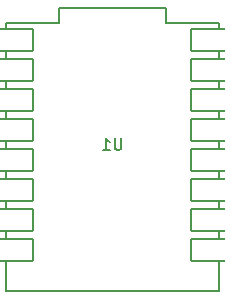
<source format=gbo>
G04 #@! TF.GenerationSoftware,KiCad,Pcbnew,8.0.2-1*
G04 #@! TF.CreationDate,2024-11-27T21:54:45+07:00*
G04 #@! TF.ProjectId,v1,76312e6b-6963-4616-945f-706362585858,rev?*
G04 #@! TF.SameCoordinates,Original*
G04 #@! TF.FileFunction,Legend,Bot*
G04 #@! TF.FilePolarity,Positive*
%FSLAX46Y46*%
G04 Gerber Fmt 4.6, Leading zero omitted, Abs format (unit mm)*
G04 Created by KiCad (PCBNEW 8.0.2-1) date 2024-11-27 21:54:45*
%MOMM*%
%LPD*%
G01*
G04 APERTURE LIST*
G04 Aperture macros list*
%AMRoundRect*
0 Rectangle with rounded corners*
0 $1 Rounding radius*
0 $2 $3 $4 $5 $6 $7 $8 $9 X,Y pos of 4 corners*
0 Add a 4 corners polygon primitive as box body*
4,1,4,$2,$3,$4,$5,$6,$7,$8,$9,$2,$3,0*
0 Add four circle primitives for the rounded corners*
1,1,$1+$1,$2,$3*
1,1,$1+$1,$4,$5*
1,1,$1+$1,$6,$7*
1,1,$1+$1,$8,$9*
0 Add four rect primitives between the rounded corners*
20,1,$1+$1,$2,$3,$4,$5,0*
20,1,$1+$1,$4,$5,$6,$7,0*
20,1,$1+$1,$6,$7,$8,$9,0*
20,1,$1+$1,$8,$9,$2,$3,0*%
G04 Aperture macros list end*
%ADD10C,0.150000*%
%ADD11C,0.127000*%
%ADD12RoundRect,0.102000X1.625000X0.952500X-1.625000X0.952500X-1.625000X-0.952500X1.625000X-0.952500X0*%
G04 APERTURE END LIST*
D10*
X144011904Y-91804819D02*
X144011904Y-92614342D01*
X144011904Y-92614342D02*
X143964285Y-92709580D01*
X143964285Y-92709580D02*
X143916666Y-92757200D01*
X143916666Y-92757200D02*
X143821428Y-92804819D01*
X143821428Y-92804819D02*
X143630952Y-92804819D01*
X143630952Y-92804819D02*
X143535714Y-92757200D01*
X143535714Y-92757200D02*
X143488095Y-92709580D01*
X143488095Y-92709580D02*
X143440476Y-92614342D01*
X143440476Y-92614342D02*
X143440476Y-91804819D01*
X142440476Y-92804819D02*
X143011904Y-92804819D01*
X142726190Y-92804819D02*
X142726190Y-91804819D01*
X142726190Y-91804819D02*
X142821428Y-91947676D01*
X142821428Y-91947676D02*
X142916666Y-92042914D01*
X142916666Y-92042914D02*
X143011904Y-92090533D01*
D11*
X152250000Y-104750000D02*
X134250000Y-104750000D01*
X134250000Y-82050000D02*
X134250000Y-104750000D01*
X138750000Y-82050000D02*
X134250000Y-82050000D01*
X152250000Y-82050000D02*
X152250000Y-104750000D01*
X147750000Y-80750000D02*
X138750000Y-80750000D01*
X138750000Y-82050000D02*
X138750000Y-80750000D01*
X147750000Y-82050000D02*
X147750000Y-80750000D01*
X152250000Y-82050000D02*
X147750000Y-82050000D01*
%LPC*%
D12*
X151550000Y-83500000D03*
X151550000Y-86040000D03*
X151550000Y-88580000D03*
X151550000Y-91120000D03*
X151550000Y-93660000D03*
X151550000Y-96200000D03*
X151550000Y-98740000D03*
X151550000Y-101280000D03*
X134950000Y-101280000D03*
X134950000Y-98740000D03*
X134950000Y-96200000D03*
X134950000Y-93660000D03*
X134950000Y-91120000D03*
X134950000Y-88580000D03*
X134950000Y-86040000D03*
X134950000Y-83500000D03*
%LPD*%
M02*

</source>
